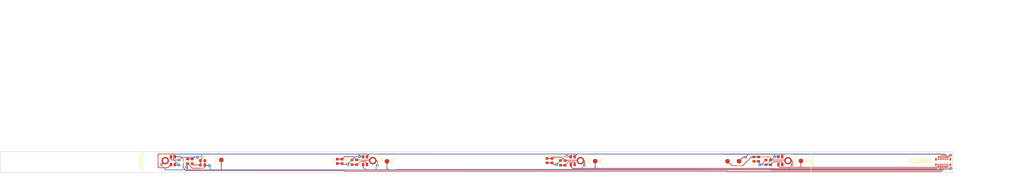
<source format=kicad_pcb>
(kicad_pcb (version 20211014) (generator pcbnew)
  (layers (0 "F.Cu" signal) (31 "B.Cu" signal) (34 "B.Paste" user) (35 "F.Paste" user) (36 "B.SilkS" user "B.Silkscreen") (37 "F.SilkS" user "F.Silkscreen") (38 "B.Mask" user) (39 "F.Mask" user) (44 "Edge.Cuts" user))
  (net 0 "")
  (net 1 "GND")
  (net 2 "+3V3")
  (net 3 "Net-(R1-Pad2)")
  (net 4 "Net-(R10-Pad1)")
  (net 5 "Net-(R11-Pad2)")
  (net 6 "Net-(R13-Pad2)")
  (net 7 "/MIC_DOUT_0")
  (net 8 "/MIC_DOUT_1")
  (net 9 "/MIC_DOUT_2")
  (net 10 "/MIC_DOUT_3")
  (net 11 "/MIC_CLK")
  (footprint "Capacitor_SMD:C_0402_1005Metric" (layer "F.Cu") (at 65.55 92.3 180)
    (fp_text reference "C25")
    (fp_text value "1uF")
  )
  (footprint "Resistor_SMD:R_0402_1005Metric" (layer "F.Cu") (at 144.1 91.84 90)
    (fp_text reference "R10")
    (fp_text value "10K")
  )
  (footprint "mico:SMD_1x01_P1.27mm" (layer "F.Cu") (at 155.65 91.45)
    (fp_text reference "TP8")
    (fp_text value "TestPoint")
  )
  (footprint "Capacitor_SMD:C_0402_1005Metric" (layer "F.Cu") (at 65.55 91.34 180)
    (fp_text reference "C24")
    (fp_text value "0.1uF")
  )
  (footprint "mico:SMD_1x01_P1.27mm" (layer "F.Cu") (at 181.830479 91.48452)
    (fp_text reference "TP2")
    (fp_text value "TestPoint")
  )
  (footprint "mico:SMD_1x01_P1.27mm" (layer "F.Cu") (at 110.5 91.5 90)
    (fp_text reference "TP10")
    (fp_text value "TestPoint")
  )
  (footprint "Resistor_SMD:R_0402_1005Metric" (layer "F.Cu") (at 98.95 91.7 90)
    (fp_text reference "R12")
    (fp_text value "10K")
  )
  (footprint "mico:SMD_1x01_P1.27mm" (layer "F.Cu") (at 74.6 91.2 90)
    (fp_text reference "TP11")
    (fp_text value "TestPoint")
  )
  (footprint "OpenSourceSmartGlasses:slim_stack_molex_PLUG_5035521222" (layer "F.Cu") (at 226.066 91.6195)
    (fp_text reference "CONN1")
    (fp_text value "slim_stack_12pos_5035521222_schematic")
  )
  (footprint "Capacitor_SMD:C_0402_1005Metric" (layer "F.Cu") (at 185.05 91.02 -90)
    (fp_text reference "C3")
    (fp_text value "1uF")
  )
  (footprint "Resistor_SMD:R_0402_1005Metric" (layer "F.Cu") (at 188.666479 91.72402 90)
    (fp_text reference "R8")
    (fp_text value "10K")
  )
  (footprint "Resistor_SMD:R_0402_1005Metric" (layer "F.Cu") (at 63.3 91.5 90)
    (fp_text reference "R13")
    (fp_text value "10K")
  )
  (footprint "Resistor_SMD:R_0402_1005Metric" (layer "F.Cu") (at 97.95 91.7 -90)
    (fp_text reference "R11")
    (fp_text value "10K")
  )
  (footprint "Capacitor_SMD:C_0402_1005Metric" (layer "F.Cu") (at 186.05 91.02 -90)
    (fp_text reference "C2")
    (fp_text value "0.1uF")
  )
  (footprint "Capacitor_SMD:C_0402_1005Metric" (layer "F.Cu") (at 140.2 91.35 -90)
    (fp_text reference "C20")
    (fp_text value "0.1uF")
  )
  (footprint "Resistor_SMD:R_0402_1005Metric" (layer "F.Cu") (at 143.15 91.83 -90)
    (fp_text reference "R9")
    (fp_text value "10K")
  )
  (footprint "Capacitor_SMD:C_0402_1005Metric" (layer "F.Cu") (at 95.75 91.5 -90)
    (fp_text reference "C23")
    (fp_text value "1uF")
  )
  (footprint "Resistor_SMD:R_0402_1005Metric" (layer "F.Cu") (at 62.3 91.5 -90)
    (fp_text reference "R14")
    (fp_text value "10K")
  )
  (footprint "Resistor_SMD:R_0402_1005Metric" (layer "F.Cu") (at 187.666479 91.72402 -90)
    (fp_text reference "R1")
    (fp_text value "10K")
  )
  (footprint "mico:SMD_1x01_P1.27mm" (layer "F.Cu") (at 179.330479 91.48452)
    (fp_text reference "TP1")
    (fp_text value "TestPoint")
  )
  (footprint "Capacitor_SMD:C_0402_1005Metric" (layer "F.Cu") (at 94.75 91.5 -90)
    (fp_text reference "C22")
    (fp_text value "0.1uF")
  )
  (footprint "Capacitor_SMD:C_0402_1005Metric" (layer "F.Cu") (at 141.3 91.35 -90)
    (fp_text reference "C21")
    (fp_text value "1uF")
  )
  (footprint "mico:MIC_SPH0641LU4H-1" (layer "F.Cu") (at 102.440479 91.35 90)
    (fp_text reference "U6")
    (fp_text value "MP23DB01HPTR")
  )
  (footprint "mico:MIC_SPH0641LU4H-1" (layer "F.Cu") (at 147.440479 91.35 90)
    (fp_text reference "U5")
    (fp_text value "MP23DB01HPTR")
  )
  (footprint "mico:MIC_SPH0641LU4H-1" (layer "F.Cu") (at 192.440479 91.35 90)
    (fp_text reference "U2")
    (fp_text value "MP23DB01HPTR")
  )
  (footprint "mico:MIC_SPH0641LU4H-1" (layer "F.Cu") (at 57.440479 91.35 -90)
    (fp_text reference "U7")
    (fp_text value "MP23DB01HPTR")
  )
  (footprint "mico:SMD_1x01_P1.27mm" (layer "F.Cu") (at 195.25 91.4 90)
    (fp_text reference "TP7")
    (fp_text value "TestPoint")
  )
  (gr_line (start 197.440479 89.75) (end 197.440479 93.75) (layer "F.SilkS") (width 0.15))
  (gr_line (start 52.440479 93.65) (end 52.440479 89.65) (layer "F.SilkS") (width 0.15))
  (gr_line (start 228.2 89.395) (end 21.68 89.4) (layer "Edge.Cuts") (width 0.1))
  (gr_line (start 21.68 93.95) (end 228.2 93.945) (layer "Edge.Cuts") (width 0.1))
  (gr_line (start 228.2 89.395) (end 228.2 93.945) (layer "Edge.Cuts") (width 0.1))
  (gr_line (start 21.68 89.4) (end 21.68 93.95) (layer "Edge.Cuts") (width 0.1))
  (gr_text "ss1" (at 225.1 90.1) (layer "F.SilkS") (effects (font (size 0.2 0.2) (thickness 0.05))))
  (gr_text "ss12" (at 227.05 93.15) (layer "F.SilkS") (effects (font (size 0.2 0.2) (thickness 0.05))))
  (gr_text "Fold here" (at 52.025 91.625 270) (layer "F.SilkS") (effects (font (size 0.3 0.3) (thickness 0.07))))
  (gr_text "ss7" (at 225.05 93.15) (layer "F.SilkS") (effects (font (size 0.2 0.2) (thickness 0.05))))
  (gr_text "Fold here" (at 197.85 91.575 90) (layer "F.SilkS") (effects (font (size 0.3 0.3) (thickness 0.07))))
  (gr_text "ss6" (at 227.1 90.1) (layer "F.SilkS") (effects (font (size 0.2 0.2) (thickness 0.05))))
  (segment (start 188.666479 90.716479) (end 188.666479 91.21402) (width 0.15) (layer "F.Cu") (net 1))
  (segment (start 99.79 91.19) (end 99.85 91.25) (width 0.15) (layer "F.Cu") (net 1))
  (segment (start 98.95 91.19) (end 99.79 91.19) (width 0.15) (layer "F.Cu") (net 1))
  (segment (start 67 92.4) (end 66.13 92.4) (width 0.15) (layer "F.Cu") (net 1))
  (segment (start 184.51 90.54) (end 182.6 92.45) (width 0.15) (layer "F.Cu") (net 1))
  (segment (start 62.1 92.75) (end 62.1 92.21) (width 0.15) (layer "F.Cu") (net 1))
  (segment (start 186.05 90.54) (end 188.49 90.54) (width 0.15) (layer "F.Cu") (net 1))
  (segment (start 95.75 91.02) (end 94.75 91.02) (width 0.15) (layer "F.Cu") (net 1))
  (segment (start 96.27 90.5) (end 98.26 90.5) (width 0.15) (layer "F.Cu") (net 1))
  (segment (start 65.7 93) (end 63.29 93) (width 0.15) (layer "F.Cu") (net 1))
  (segment (start 101.55 91.25) (end 102.10625 90.69375) (width 0.15) (layer "F.Cu") (net 1))
  (segment (start 143.37 90.6) (end 141.57 90.6) (width 0.15) (layer "F.Cu") (net 1))
  (segment (start 95.75 91.02) (end 96.27 90.5) (width 0.15) (layer "F.Cu") (net 1))
  (segment (start 226.721489 93.094011) (end 226.666 93.038522) (width 0.15) (layer "F.Cu") (net 1))
  (segment (start 185.05 90.52) (end 186.03 90.52) (width 0.15) (layer "F.Cu") (net 1))
  (segment (start 188.49 90.54) (end 188.666479 90.716479) (width 0.15) (layer "F.Cu") (net 1))
  (segment (start 103.45 91.547025) (end 102.596725 90.69375) (width 0.15) (layer "F.Cu") (net 1))
  (segment (start 148.3 91.397025) (end 147.596725 90.69375) (width 0.15) (layer "F.Cu") (net 1))
  (segment (start 147.596725 90.69375) (end 147.427979 90.69375) (width 0.15) (layer "F.Cu") (net 1))
  (segment (start 62.1 92.21) (end 62.3 92.01) (width 0.15) (layer "F.Cu") (net 1))
  (segment (start 98.26 90.5) (end 98.95 91.19) (width 0.15) (layer "F.Cu") (net 1))
  (segment (start 144.1 91.33) (end 144.52 91.33) (width 0.15) (layer "F.Cu") (net 1))
  (segment (start 191.763963 91.21402) (end 192.284233 90.69375) (width 0.15) (layer "F.Cu") (net 1))
  (segment (start 192.284233 90.69375) (end 192.427979 90.69375) (width 0.15) (layer "F.Cu") (net 1))
  (segment (start 148.3 92.35) (end 148.3 91.397025) (width 0.15) (layer "F.Cu") (net 1))
  (segment (start 66.03 92.3) (end 66.03 92.67) (width 0.15) (layer "F.Cu") (net 1))
  (segment (start 66.13 92.4) (end 66.03 92.3) (width 0.15) (layer "F.Cu") (net 1))
  (segment (start 227.75 93.029002) (end 227.684991 93.094011) (width 0.15) (layer "F.Cu") (net 1))
  (segment (start 188.666479 91.21402) (end 191.763963 91.21402) (width 0.15) (layer "F.Cu") (net 1))
  (segment (start 66.03 91.34) (end 66.03 92.3) (width 0.15) (layer "F.Cu") (net 1))
  (segment (start 147.284233 90.69375) (end 147.427979 90.69375) (width 0.15) (layer "F.Cu") (net 1))
  (segment (start 102.596725 90.69375) (end 102.427979 90.69375) (width 0.15) (layer "F.Cu") (net 1))
  (segment (start 99.85 91.25) (end 101.55 91.25) (width 0.15) (layer "F.Cu") (net 1))
  (segment (start 66.03 92.67) (end 65.7 93) (width 0.15) (layer "F.Cu") (net 1))
  (segment (start 63.29 93) (end 62.3 92.01) (width 0.15) (layer "F.Cu") (net 1))
  (segment (start 193.4 91.497025) (end 192.596725 90.69375) (width 0.15) (layer "F.Cu") (net 1))
  (segment (start 141.57 90.6) (end 141.3 90.87) (width 0.15) (layer "F.Cu") (net 1))
  (segment (start 144.1 91.33) (end 143.37 90.6) (width 0.15) (layer "F.Cu") (net 1))
  (segment (start 144.52 91.33) (end 144.6 91.25) (width 0.15) (layer "F.Cu") (net 1))
  (segment (start 192.596725 90.69375) (end 192.427979 90.69375) (width 0.15) (layer "F.Cu") (net 1))
  (segment (start 57.452979 92.00625) (end 56.79375 92.00625) (width 0.15) (layer "F.Cu") (net 1))
  (segment (start 147.796725 92.04375) (end 147.627979 92.04375) (width 0.15) (layer "F.Cu") (net 1))
  (segment (start 56.79375 92.00625) (end 56.55 92.25) (width 0.15) (layer "F.Cu") (net 1))
  (segment (start 227.684991 93.094011) (end 226.721489 93.094011) (width 0.15) (layer "F.Cu") (net 1))
  (segment (start 103.45 92.4) (end 103.45 91.547025) (width 0.15) (layer "F.Cu") (net 1))
  (segment (start 226.666 93.038522) (end 226.666 92.5195) (width 0.15) (layer "F.Cu") (net 1))
  (segment (start 193.4 92.2) (end 193.4 91.497025) (width 0.15) (layer "F.Cu") (net 1))
  (segment (start 185.05 90.54) (end 184.51 90.54) (width 0.15) (layer "F.Cu") (net 1))
  (segment (start 140.2 90.87) (end 141.3 90.87) (width 0.15) (layer "F.Cu") (net 1))
  (segment (start 144.6 91.25) (end 146.727983 91.25) (width 0.15) (layer "F.Cu") (net 1))
  (segment (start 102.484233 92.04375) (end 102.627979 92.04375) (width 0.15) (layer "F.Cu") (net 1))
  (segment (start 193.015 91.071045) (end 192.596725 90.65277) (width 0.15) (layer "F.Cu") (net 1))
  (segment (start 102.10625 90.69375) (end 102.427979 90.69375) (width 0.15) (layer "F.Cu") (net 1))
  (segment (start 146.727983 91.25) (end 147.284233 90.69375) (width 0.15) (layer "F.Cu") (net 1))
  (segment (start 180.295959 92.45) (end 179.330479 91.48452) (width 0.15) (layer "F.Cu") (net 1))
  (segment (start 182.6 92.45) (end 180.295959 92.45) (width 0.15) (layer "F.Cu") (net 1))
  (segment (start 102.627979 92.04375) (end 102.796725 92.04375) (width 0.15) (layer "F.Cu") (net 1))
  (via (at 148.3 92.35) (size 0.6) (drill 0.2) (layers "F.Cu" "B.Cu") (net 1))
  (via (at 62.1 92.75) (size 0.6) (drill 0.2) (layers "F.Cu" "B.Cu") (net 1))
  (via (at 103.45 92.4) (size 0.6) (drill 0.2) (layers "F.Cu" "B.Cu") (net 1))
  (via (at 67 92.4) (size 0.6) (drill 0.2) (layers "F.Cu" "B.Cu") (net 1))
  (via (at 193.4 92.2) (size 0.6) (drill 0.2) (layers "F.Cu" "B.Cu") (net 1))
  (via (at 227.75 93.029002) (size 0.6) (drill 0.2) (layers "F.Cu" "B.Cu") (net 1))
  (via (at 56.55 92.25) (size 0.6) (drill 0.2) (layers "F.Cu" "B.Cu") (net 1))
  (segment (start 147.536 93.114) (end 148.3 92.35) (width 0.15) (layer "B.Cu") (net 1))
  (segment (start 174.328136 93.265689) (end 181.852189 93.265689) (width 0.15) (layer "B.Cu") (net 1))
  (segment (start 62.2495 93.3495) (end 67.1995 93.3495) (width 0.15) (layer "B.Cu") (net 1))
  (segment (start 103.1505 93.3495) (end 103.1505 92.6995) (width 0.15) (layer "B.Cu") (net 1))
  (segment (start 141.236 93.2495) (end 147.536 93.2495) (width 0.15) (layer "B.Cu") (net 1))
  (segment (start 147.536 93.2495) (end 147.536 93.114) (width 0.15) (layer "B.Cu") (net 1))
  (segment (start 137.836 93.2495) (end 141.236 93.2495) (width 0.15) (layer "B.Cu") (net 1))
  (segment (start 103.1505 92.6995) (end 103.45 92.4) (width 0.15) (layer "B.Cu") (net 1))
  (segment (start 192.765689 93.265689) (end 214.519811 93.265689) (width 0.15) (layer "B.Cu") (net 1))
  (segment (start 107.636 93.2495) (end 137.836 93.2495) (width 0.15) (layer "B.Cu") (net 1))
  (segment (start 67.1995 92.5995) (end 67 92.4) (width 0.15) (layer "B.Cu") (net 1))
  (segment (start 192.765689 93.265689) (end 192.765689 92.834311) (width 0.15) (layer "B.Cu") (net 1))
  (segment (start 56.55 92.25) (end 57.436 93.136) (width 0.15) (layer "B.Cu") (net 1))
  (segment (start 62.2495 93.3495) (end 62.2495 92.8995) (width 0.15) (layer "B.Cu") (net 1))
  (segment (start 174.311947 93.2495) (end 174.328136 93.265689) (width 0.15) (layer "B.Cu") (net 1))
  (segment (start 57.436 93.136) (end 57.436 93.3495) (width 0.15) (layer "B.Cu") (net 1))
  (segment (start 192.765689 92.834311) (end 193.4 92.2) (width 0.15) (layer "B.Cu") (net 1))
  (segment (start 103.1505 93.3495) (end 107.536 93.3495) (width 0.15) (layer "B.Cu") (net 1))
  (segment (start 67.1995 93.3495) (end 103.1505 93.3495) (width 0.15) (layer "B.Cu") (net 1))
  (segment (start 199.536 93.2495) (end 223.636 93.2495) (width 0.15) (layer "B.Cu") (net 1))
  (segment (start 62.2495 92.8995) (end 62.1 92.75) (width 0.15) (layer "B.Cu") (net 1))
  (segment (start 227.529502 93.2495) (end 227.75 93.029002) (width 0.15) (layer "B.Cu") (net 1))
  (segment (start 67.1995 93.3495) (end 67.1995 92.5995) (width 0.15) (layer "B.Cu") (net 1))
  (segment (start 223.636 93.2495) (end 227.529502 93.2495) (width 0.15) (layer "B.Cu") (net 1))
  (segment (start 57.436 93.3495) (end 62.2495 93.3495) (width 0.15) (layer "B.Cu") (net 1))
  (segment (start 147.536 93.2495) (end 174.311947 93.2495) (width 0.15) (layer "B.Cu") (net 1))
  (segment (start 214.519811 93.265689) (end 214.536 93.2495) (width 0.15) (layer "B.Cu") (net 1))
  (segment (start 181.852189 93.265689) (end 192.552189 93.265689) (width 0.15) (layer "B.Cu") (net 1))
  (segment (start 107.536 93.3495) (end 107.636 93.2495) (width 0.15) (layer "B.Cu") (net 1))
  (segment (start 192.552189 93.265689) (end 192.765689 93.265689) (width 0.15) (layer "B.Cu") (net 1))
  (segment (start 145.366479 90.5125) (end 144.5625 90.5125) (width 0.15) (layer "F.Cu") (net 2))
  (segment (start 227.6055 90.18) (end 227.066 90.7195) (width 0.15) (layer "F.Cu") (net 2))
  (segment (start 95.92 92.15) (end 95.75 91.98) (width 0.15) (layer "F.Cu") (net 2))
  (segment (start 186.630499 92.25) (end 187.666479 91.21402) (width 0.15) (layer "F.Cu") (net 2))
  (segment (start 95.75 91.98) (end 94.75 91.98) (width 0.15) (layer "F.Cu") (net 2))
  (segment (start 60.4 92.3) (end 59.626979 92.3) (width 0.15) (layer "F.Cu") (net 2))
  (segment (start 189.5625 90.5125) (end 189.55 90.5) (width 0.15) (layer "F.Cu") (net 2))
  (segment (start 183.25 90.6) (end 182.714999 90.6) (width 0.15) (layer "F.Cu") (net 2))
  (segment (start 65.07 91.34) (end 65.07 92.3) (width 0.15) (layer "F.Cu") (net 2))
  (segment (start 185.05 91.5) (end 184.9205 91.3705) (width 0.15) (layer "F.Cu") (net 2))
  (segment (start 185.05 91.5) (end 186.05 91.5) (width 0.15) (layer "F.Cu") (net 2))
  (segment (start 140.2 91.83) (end 141.3 91.83) (width 0.15) (layer "F.Cu") (net 2))
  (segment (start 227.68 90.18) (end 227.6055 90.18) (width 0.15) (layer "F.Cu") (net 2))
  (segment (start 141.67 92.2) (end 141.3 91.83) (width 0.15) (layer "F.Cu") (net 2))
  (segment (start 143.15 91.32) (end 143.15 91.35) (width 0.15) (layer "F.Cu") (net 2))
  (segment (start 97 92.15) (end 95.92 92.15) (width 0.15) (layer "F.Cu") (net 2))
  (segment (start 186.3 92.25) (end 186.3 91.75) (width 0.15) (layer "F.Cu") (net 2))
  (segment (start 97 92.14) (end 97.95 91.19) (width 0.15) (layer "F.Cu") (net 2))
  (segment (start 186.13 91.42) (end 186.05 91.5) (width 0.15) (layer "F.Cu") (net 2))
  (segment (start 97 92.15) (end 97 92.14) (width 0.15) (layer "F.Cu") (net 2))
  (segment (start 144.5625 90.5125) (end 144.5 90.45) (width 0.15) (layer "F.Cu") (net 2))
  (segment (start 190.366479 90.5125) (end 189.5625 90.5125) (width 0.15) (layer "F.Cu") (net 2))
  (segment (start 186.3 91.75) (end 186.05 91.5) (width 0.15) (layer "F.Cu") (net 2))
  (segment (start 142.3 92.2) (end 141.67 92.2) (width 0.15) (layer "F.Cu") (net 2))
  (segment (start 65.35 90.5) (end 65.35 91.06) (width 0.15) (layer "F.Cu") (net 2))
  (segment (start 65.07 92.3) (end 63.59 92.3) (width 0.15) (layer "F.Cu") (net 2))
  (segment (start 59.626979 92.3) (end 59.514479 92.1875) (width 0.15) (layer "F.Cu") (net 2))
  (segment (start 182.714999 90.6) (end 181.830479 91.48452) (width 0.15) (layer "F.Cu") (net 2))
  (segment (start 63.59 92.3) (end 63.3 92.01) (width 0.15) (layer "F.Cu") (net 2))
  (segment (start 94.9 92.13) (end 94.75 91.98) (width 0.15) (layer "F.Cu") (net 2))
  (segment (start 65.35 91.06) (end 65.07 91.34) (width 0.15) (layer "F.Cu") (net 2))
  (segment (start 99.6125 90.5125) (end 99.55 90.45) (width 0.15) (layer "F.Cu") (net 2))
  (segment (start 143.15 91.35) (end 142.3 92.2) (width 0.15) (layer "F.Cu") (net 2))
  (segment (start 186.3 92.25) (end 186.630499 92.25) (width 0.15) (layer "F.Cu") (net 2))
  (segment (start 100.366479 90.5125) (end 99.6125 90.5125) (width 0.15) (layer "F.Cu") (net 2))
  (via (at 189.55 90.5) (size 0.6) (drill 0.2) (layers "F.Cu" "B.Cu") (net 2))
  (via (at 65.35 90.5) (size 0.6) (drill 0.2) (layers "F.Cu" "B.Cu") (net 2))
  (via (at 183.25 90.6) (size 0.6) (drill 0.2) (layers "F.Cu" "B.Cu") (net 2))
  (via (at 60.4 92.3) (size 0.6) (drill 0.2) (layers "F.Cu" "B.Cu") (net 2))
  (via (at 99.55 90.45) (size 0.6) (drill 0.2) (layers "F.Cu" "B.Cu") (net 2))
  (via (at 227.68 90.18) (size 0.6) (drill 0.2) (layers "F.Cu" "B.Cu") (net 2))
  (via (at 142.3 92.2) (size 0.6) (drill 0.2) (layers "F.Cu" "B.Cu") (net 2))
  (via (at 97 92.15) (size 0.6) (drill 0.2) (layers "F.Cu" "B.Cu") (net 2))
  (via (at 186.3 92.25) (size 0.6) (drill 0.2) (layers "F.Cu" "B.Cu") (net 2))
  (via (at 144.5 90.45) (size 0.6) (drill 0.2) (layers "F.Cu" "B.Cu") (net 2))
  (segment (start 225.4 89.9) (end 225.68 90.18) (width 0.15) (layer "B.Cu") (net 2))
  (segment (start 189.55 89.9) (end 198.7 89.9) (width 0.15) (layer "B.Cu") (net 2))
  (segment (start 99.55 90.45) (end 98.7 90.45) (width 0.15) (layer "B.Cu") (net 2))
  (segment (start 65.3 89.9) (end 65.3 90.45) (width 0.15) (layer "B.Cu") (net 2))
  (segment (start 189.55 89.9) (end 189.55 90.5) (width 0.15) (layer "B.Cu") (net 2))
  (segment (start 187.8 92.25) (end 186.3 92.25) (width 0.15) (layer "B.Cu") (net 2))
  (segment (start 144.5 90.45) (end 144.5 89.9) (width 0.15) (layer "B.Cu") (net 2))
  (segment (start 144.5 90.45) (end 144.05 90.45) (width 0.15) (layer "B.Cu") (net 2))
  (segment (start 97.7855 89.9) (end 65.3 89.9) (width 0.15) (layer "B.Cu") (net 2))
  (segment (start 183.7 90.15) (end 183.25 90.6) (width 0.15) (layer "B.Cu") (net 2))
  (segment (start 183.7 89.9) (end 225.4 89.9) (width 0.15) (layer "B.Cu") (net 2))
  (segment (start 99.4 89.9) (end 142.9865 89.9) (width 0.15) (layer "B.Cu") (net 2))
  (segment (start 189.55 90.5) (end 187.8 92.25) (width 0.15) (layer "B.Cu") (net 2))
  (segment (start 99.55 90.45) (end 99.55 90.05) (width 0.15) (layer "B.Cu") (net 2))
  (segment (start 188.0865 89.9) (end 189.55 89.9) (width 0.15) (layer "B.Cu") (net 2))
  (segment (start 144.05 90.45) (end 142.3 92.2) (width 0.15) (layer "B.Cu") (net 2))
  (segment (start 183.7 89.9) (end 183.7 90.15) (width 0.15) (layer "B.Cu") (net 2))
  (segment (start 59.25 91.15) (end 60.4 92.3) (width 0.15) (layer "B.Cu") (net 2))
  (segment (start 65.3 90.45) (end 65.35 90.5) (width 0.15) (layer "B.Cu") (net 2))
  (segment (start 142.9865 89.9) (end 144.5 89.9) (width 0.15) (layer "B.Cu") (net 2))
  (segment (start 99.55 90.05) (end 99.4 89.9) (width 0.15) (layer "B.Cu") (net 2))
  (segment (start 59.25 89.9) (end 59.25 91.15) (width 0.15) (layer "B.Cu") (net 2))
  (segment (start 225.68 90.18) (end 227.68 90.18) (width 0.15) (layer "B.Cu") (net 2))
  (segment (start 65.3 89.9) (end 59.25 89.9) (width 0.15) (layer "B.Cu") (net 2))
  (segment (start 98.7 90.45) (end 97 92.15) (width 0.15) (layer "B.Cu") (net 2))
  (segment (start 97.7855 89.9) (end 99.4 89.9) (width 0.15) (layer "B.Cu") (net 2))
  (segment (start 144.5 89.9) (end 188.0865 89.9) (width 0.15) (layer "B.Cu") (net 2))
  (segment (start 188.666479 92.23402) (end 187.666479 92.23402) (width 0.15) (layer "F.Cu") (net 3))
  (segment (start 191.188479 92.1875) (end 191.188479 91.638479) (width 0.15) (layer "F.Cu") (net 3))
  (segment (start 191.188479 91.638479) (end 191.15 91.6) (width 0.15) (layer "F.Cu") (net 3))
  (segment (start 191.15 91.6) (end 189.300499 91.6) (width 0.15) (layer "F.Cu") (net 3))
  (segment (start 189.300499 91.6) (end 188.666479 92.23402) (width 0.15) (layer "F.Cu") (net 3))
  (segment (start 146.113479 91.6) (end 144.8 91.6) (width 0.15) (layer "F.Cu") (net 4))
  (segment (start 144.8 91.6) (end 144.1 92.3) (width 0.15) (layer "F.Cu") (net 4))
  (segment (start 143.16 92.35) (end 143.15 92.34) (width 0.15) (layer "F.Cu") (net 4))
  (segment (start 144.1 92.3) (end 144.1 92.35) (width 0.15) (layer "F.Cu") (net 4))
  (segment (start 146.188479 92.1875) (end 146.188479 91.675) (width 0.15) (layer "F.Cu") (net 4))
  (segment (start 146.188479 91.675) (end 146.113479 91.6) (width 0.15) (layer "F.Cu") (net 4))
  (segment (start 144.1 92.35) (end 143.16 92.35) (width 0.15) (layer "F.Cu") (net 4))
  (segment (start 99.09 92.21) (end 98.95 92.21) (width 0.15) (layer "F.Cu") (net 5))
  (segment (start 98.95 92.21) (end 97.95 92.21) (width 0.15) (layer "F.Cu") (net 5))
  (segment (start 99.75 91.55) (end 99.09 92.21) (width 0.15) (layer "F.Cu") (net 5))
  (segment (start 101.188479 91.938479) (end 100.8 91.55) (width 0.15) (layer "F.Cu") (net 5))
  (segment (start 101.188479 92.1875) (end 101.188479 91.938479) (width 0.15) (layer "F.Cu") (net 5))
  (segment (start 100.8 91.55) (end 99.75 91.55) (width 0.15) (layer "F.Cu") (net 5))
  (segment (start 63.69 90.6) (end 63.3 90.99) (width 0.15) (layer "F.Cu") (net 6))
  (segment (start 58.867479 91.2) (end 60.45 91.2) (width 0.15) (layer "F.Cu") (net 6))
  (segment (start 62.3 90.94) (end 63.25 90.94) (width 0.15) (layer "F.Cu") (net 6))
  (segment (start 58.692479 90.5125) (end 58.692479 91.025) (width 0.15) (layer "F.Cu") (net 6))
  (segment (start 64.5 90.6) (end 63.69 90.6) (width 0.15) (layer "F.Cu") (net 6))
  (segment (start 63.25 90.94) (end 63.3 90.99) (width 0.15) (layer "F.Cu") (net 6))
  (segment (start 58.692479 91.025) (end 58.867479 91.2) (width 0.15) (layer "F.Cu") (net 6))
  (via (at 64.5 90.6) (size 0.6) (drill 0.2) (layers "F.Cu" "B.Cu") (net 6))
  (via (at 60.45 91.2) (size 0.6) (drill 0.2) (layers "F.Cu" "B.Cu") (net 6))
  (segment (start 61.05 90.6) (end 64.5 90.6) (width 0.15) (layer "B.Cu") (net 6))
  (segment (start 60.45 91.2) (end 61.05 90.6) (width 0.15) (layer "B.Cu") (net 6))
  (segment (start 194.4 92.8) (end 194.9855 92.8) (width 0.15) (layer "F.Cu") (net 7))
  (segment (start 190.366479 92.516479) (end 190.366479 92.1875) (width 0.15) (layer "F.Cu") (net 7))
  (segment (start 194.6865 92.8) (end 194.9855 92.8) (width 0.15) (layer "F.Cu") (net 7))
  (segment (start 190.65 92.8) (end 190.366479 92.516479) (width 0.15) (layer "F.Cu") (net 7))
  (segment (start 194.9855 92.8) (end 194.995626 92.810126) (width 0.15) (layer "F.Cu") (net 7))
  (segment (start 194.995626 92.810126) (end 224.775374 92.810126) (width 0.15) (layer "F.Cu") (net 7))
  (segment (start 195.25 91.4) (end 195.25 92.8) (width 0.15) (layer "F.Cu") (net 7))
  (segment (start 224.775374 92.810126) (end 225.066 92.5195) (width 0.15) (layer "F.Cu") (net 7))
  (segment (start 190.65 92.8) (end 194.4 92.8) (width 0.15) (layer "F.Cu") (net 7))
  (segment (start 189.04756 93.109646) (end 225.345854 93.109646) (width 0.15) (layer "F.Cu") (net 8))
  (segment (start 225.486 92.9695) (end 225.486 92.5395) (width 0.15) (layer "F.Cu") (net 8))
  (segment (start 150.818957 93.031043) (end 188.968957 93.031043) (width 0.15) (layer "F.Cu") (net 8))
  (segment (start 145.366479 92.647522) (end 145.366479 92.1875) (width 0.15) (layer "F.Cu") (net 8))
  (segment (start 225.345854 93.109646) (end 225.486 92.9695) (width 0.15) (layer "F.Cu") (net 8))
  (segment (start 150.65 92.862086) (end 150.818957 93.031043) (width 0.15) (layer "F.Cu") (net 8))
  (segment (start 145.186479 92.165) (end 145.166479 92.145) (width 0.15) (layer "F.Cu") (net 8))
  (segment (start 150.818957 93.031043) (end 145.75 93.031043) (width 0.15) (layer "F.Cu") (net 8))
  (segment (start 145.75 93.031043) (end 145.366479 92.647522) (width 0.15) (layer "F.Cu") (net 8))
  (segment (start 188.968957 93.031043) (end 189.04756 93.109646) (width 0.15) (layer "F.Cu") (net 8))
  (segment (start 225.486 92.5395) (end 225.466 92.5195) (width 0.15) (layer "F.Cu") (net 8))
  (segment (start 150.65 91.45) (end 150.65 92.862086) (width 0.15) (layer "F.Cu") (net 8))
  (segment (start 225.866 93.014936) (end 225.866 92.5195) (width 0.15) (layer "F.Cu") (net 9))
  (segment (start 225.47177 93.409166) (end 225.866 93.014936) (width 0.15) (layer "F.Cu") (net 9))
  (segment (start 105.5 91.5) (end 105.5 93.061126) (width 0.15) (layer "F.Cu") (net 9))
  (segment (start 105.5 93.061126) (end 105.769437 93.330563) (width 0.15) (layer "F.Cu") (net 9))
  (segment (start 188.844891 93.330563) (end 188.923495 93.409166) (width 0.15) (layer "F.Cu") (net 9))
  (segment (start 105.769437 93.330563) (end 188.844891 93.330563) (width 0.15) (layer "F.Cu") (net 9))
  (segment (start 188.923495 93.409166) (end 225.47177 93.409166) (width 0.15) (layer "F.Cu") (net 9))
  (segment (start 100.366479 92.816479) (end 100.366479 92.1875) (width 0.15) (layer "F.Cu") (net 9))
  (segment (start 105.769437 93.330563) (end 100.880563 93.330563) (width 0.15) (layer "F.Cu") (net 9))
  (segment (start 100.880563 93.330563) (end 100.366479 92.816479) (width 0.15) (layer "F.Cu") (net 9))
  (segment (start 226.266 92.5195) (end 226.266 93.038522) (width 0.15) (layer "F.Cu") (net 10))
  (segment (start 69.6 93.4) (end 69.7 93.5) (width 0.15) (layer "F.Cu") (net 10))
  (segment (start 96.330083 93.630083) (end 96.2 93.5) (width 0.15) (layer "F.Cu") (net 10))
  (segment (start 61.35 91) (end 60.8625 90.5125) (width 0.15) (layer "F.Cu") (net 10))
  (segment (start 226.266 93.038522) (end 225.595836 93.708686) (width 0.15) (layer "F.Cu") (net 10))
  (segment (start 225.595836 93.708686) (end 179.37068 93.708686) (width 0.15) (layer "F.Cu") (net 10))
  (segment (start 69.6 91.2) (end 69.6 93.4) (width 0.15) (layer "F.Cu") (net 10))
  (segment (start 60.8625 90.5125) (end 59.514479 90.5125) (width 0.15) (layer "F.Cu") (net 10))
  (segment (start 137.694241 93.638391) (end 122.924804 93.638391) (width 0.15) (layer "F.Cu") (net 10))
  (segment (start 69.7 93.5) (end 61.95 93.5) (width 0.15) (layer "F.Cu") (net 10))
  (segment (start 137.702549 93.630083) (end 137.694241 93.638391) (width 0.15) (layer "F.Cu") (net 10))
  (segment (start 61.35 92.9) (end 61.35 91) (width 0.15) (layer "F.Cu") (net 10))
  (segment (start 122.916496 93.630083) (end 96.330083 93.630083) (width 0.15) (layer "F.Cu") (net 10))
  (segment (start 179.292077 93.630083) (end 137.702549 93.630083) (width 0.15) (layer "F.Cu") (net 10))
  (segment (start 61.95 93.5) (end 61.35 92.9) (width 0.15) (layer "F.Cu") (net 10))
  (segment (start 96.2 93.5) (end 69.7 93.5) (width 0.15) (layer "F.Cu") (net 10))
  (segment (start 179.37068 93.708686) (end 179.292077 93.630083) (width 0.15) (layer "F.Cu") (net 10))
  (segment (start 122.924804 93.638391) (end 122.916496 93.630083) (width 0.15) (layer "F.Cu") (net 10))
  (segment (start 56.000011 89.899989) (end 55.9 90) (width 0.15) (layer "F.Cu") (net 11))
  (segment (start 146.80099 89.899989) (end 101.449989 89.899989) (width 0.15) (layer "F.Cu") (net 11))
  (segment (start 101.449989 90.25099) (end 101.188479 90.5125) (width 0.15) (layer "F.Cu") (net 11))
  (segment (start 191.21548 89.91548) (end 191.188479 89.942481) (width 0.15) (layer "F.Cu") (net 11))
  (segment (start 57.979979 92.9) (end 58.692479 92.1875) (width 0.15) (layer "F.Cu") (net 11))
  (segment (start 146.80099 89.899989) (end 146.188479 90.5125) (width 0.15) (layer "F.Cu") (net 11))
  (segment (start 101.449989 89.899989) (end 56.000011 89.899989) (width 0.15) (layer "F.Cu") (net 11))
  (segment (start 223.01548 89.91548) (end 223.04 89.94) (width 0.15) (layer "F.Cu") (net 11))
  (segment (start 191.188479 89.942481) (end 191.188479 90.5125) (width 0.15) (layer "F.Cu") (net 11))
  (segment (start 223.04 89.94) (end 226.44 89.94) (width 0.15) (layer "F.Cu") (net 11))
  (segment (start 226.666 90.166) (end 226.666 90.7195) (width 0.15) (layer "F.Cu") (net 11))
  (segment (start 55.9 90) (end 55.9 92.75) (width 0.15) (layer "F.Cu") (net 11))
  (segment (start 55.9 92.75) (end 56.05 92.9) (width 0.15) (layer "F.Cu") (net 11))
  (segment (start 189.521511 89.899989) (end 146.80099 89.899989) (width 0.15) (layer "F.Cu") (net 11))
  (segment (start 191.21548 89.91548) (end 223.01548 89.91548) (width 0.15) (layer "F.Cu") (net 11))
  (segment (start 56.05 92.9) (end 57.979979 92.9) (width 0.15) (layer "F.Cu") (net 11))
  (segment (start 101.449989 89.899989) (end 101.449989 90.25099) (width 0.15) (layer "F.Cu") (net 11))
  (segment (start 178.28452 89.91548) (end 191.21548 89.91548) (width 0.15) (layer "F.Cu") (net 11))
  (segment (start 226.44 89.94) (end 226.666 90.166) (width 0.15) (layer "F.Cu") (net 11))
)
</source>
